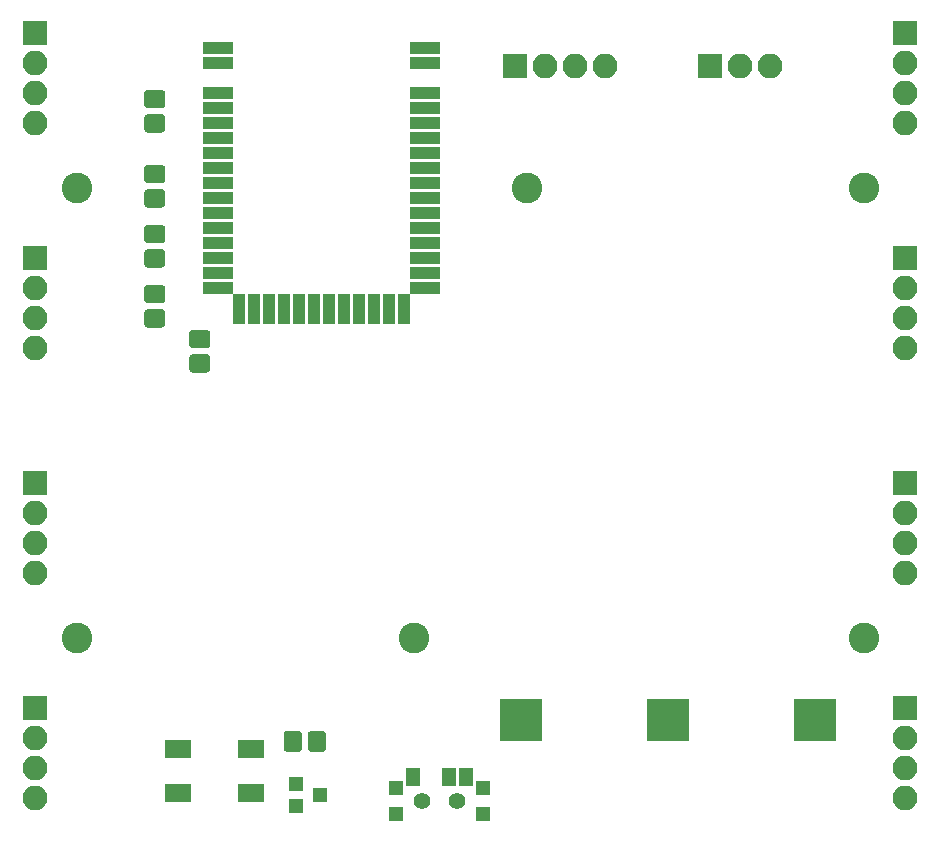
<source format=gbr>
G04 #@! TF.GenerationSoftware,KiCad,Pcbnew,(5.0.0)*
G04 #@! TF.CreationDate,2018-10-27T23:19:20-06:00*
G04 #@! TF.ProjectId,4x4_backpack,3478345F6261636B7061636B2E6B6963,rev?*
G04 #@! TF.SameCoordinates,Original*
G04 #@! TF.FileFunction,Soldermask,Top*
G04 #@! TF.FilePolarity,Negative*
%FSLAX46Y46*%
G04 Gerber Fmt 4.6, Leading zero omitted, Abs format (unit mm)*
G04 Created by KiCad (PCBNEW (5.0.0)) date 10/27/18 23:19:20*
%MOMM*%
%LPD*%
G01*
G04 APERTURE LIST*
%ADD10R,2.100000X2.100000*%
%ADD11O,2.100000X2.100000*%
%ADD12C,0.100000*%
%ADD13C,1.550000*%
%ADD14R,1.300000X1.200000*%
%ADD15R,3.650000X3.650000*%
%ADD16C,2.600000*%
%ADD17C,1.400000*%
%ADD18R,1.300000X1.650000*%
%ADD19R,1.300000X1.300000*%
%ADD20R,2.200000X1.500000*%
%ADD21R,1.120000X2.600000*%
%ADD22R,2.600000X1.120000*%
G04 APERTURE END LIST*
D10*
G04 #@! TO.C,J1*
X77470000Y-82232500D03*
D11*
X77470000Y-84772500D03*
X77470000Y-87312500D03*
X77470000Y-89852500D03*
G04 #@! TD*
G04 #@! TO.C,J2*
X77470000Y-108902500D03*
X77470000Y-106362500D03*
X77470000Y-103822500D03*
D10*
X77470000Y-101282500D03*
G04 #@! TD*
G04 #@! TO.C,J3*
X77470000Y-120332500D03*
D11*
X77470000Y-122872500D03*
X77470000Y-125412500D03*
X77470000Y-127952500D03*
G04 #@! TD*
G04 #@! TO.C,J4*
X77470000Y-147002500D03*
X77470000Y-144462500D03*
X77470000Y-141922500D03*
D10*
X77470000Y-139382500D03*
G04 #@! TD*
G04 #@! TO.C,J5*
X151130000Y-82232500D03*
D11*
X151130000Y-84772500D03*
X151130000Y-87312500D03*
X151130000Y-89852500D03*
G04 #@! TD*
G04 #@! TO.C,J6*
X151130000Y-108902500D03*
X151130000Y-106362500D03*
X151130000Y-103822500D03*
D10*
X151130000Y-101282500D03*
G04 #@! TD*
G04 #@! TO.C,J7*
X151130000Y-120332500D03*
D11*
X151130000Y-122872500D03*
X151130000Y-125412500D03*
X151130000Y-127952500D03*
G04 #@! TD*
G04 #@! TO.C,J8*
X151130000Y-147002500D03*
X151130000Y-144462500D03*
X151130000Y-141922500D03*
D10*
X151130000Y-139382500D03*
G04 #@! TD*
D12*
G04 #@! TO.C,C1*
G36*
X88226071Y-93451623D02*
X88258781Y-93456475D01*
X88290857Y-93464509D01*
X88321991Y-93475649D01*
X88351884Y-93489787D01*
X88380247Y-93506787D01*
X88406807Y-93526485D01*
X88431308Y-93548692D01*
X88453515Y-93573193D01*
X88473213Y-93599753D01*
X88490213Y-93628116D01*
X88504351Y-93658009D01*
X88515491Y-93689143D01*
X88523525Y-93721219D01*
X88528377Y-93753929D01*
X88530000Y-93786956D01*
X88530000Y-94663044D01*
X88528377Y-94696071D01*
X88523525Y-94728781D01*
X88515491Y-94760857D01*
X88504351Y-94791991D01*
X88490213Y-94821884D01*
X88473213Y-94850247D01*
X88453515Y-94876807D01*
X88431308Y-94901308D01*
X88406807Y-94923515D01*
X88380247Y-94943213D01*
X88351884Y-94960213D01*
X88321991Y-94974351D01*
X88290857Y-94985491D01*
X88258781Y-94993525D01*
X88226071Y-94998377D01*
X88193044Y-95000000D01*
X87066956Y-95000000D01*
X87033929Y-94998377D01*
X87001219Y-94993525D01*
X86969143Y-94985491D01*
X86938009Y-94974351D01*
X86908116Y-94960213D01*
X86879753Y-94943213D01*
X86853193Y-94923515D01*
X86828692Y-94901308D01*
X86806485Y-94876807D01*
X86786787Y-94850247D01*
X86769787Y-94821884D01*
X86755649Y-94791991D01*
X86744509Y-94760857D01*
X86736475Y-94728781D01*
X86731623Y-94696071D01*
X86730000Y-94663044D01*
X86730000Y-93786956D01*
X86731623Y-93753929D01*
X86736475Y-93721219D01*
X86744509Y-93689143D01*
X86755649Y-93658009D01*
X86769787Y-93628116D01*
X86786787Y-93599753D01*
X86806485Y-93573193D01*
X86828692Y-93548692D01*
X86853193Y-93526485D01*
X86879753Y-93506787D01*
X86908116Y-93489787D01*
X86938009Y-93475649D01*
X86969143Y-93464509D01*
X87001219Y-93456475D01*
X87033929Y-93451623D01*
X87066956Y-93450000D01*
X88193044Y-93450000D01*
X88226071Y-93451623D01*
X88226071Y-93451623D01*
G37*
D13*
X87630000Y-94225000D03*
D12*
G36*
X88226071Y-95501623D02*
X88258781Y-95506475D01*
X88290857Y-95514509D01*
X88321991Y-95525649D01*
X88351884Y-95539787D01*
X88380247Y-95556787D01*
X88406807Y-95576485D01*
X88431308Y-95598692D01*
X88453515Y-95623193D01*
X88473213Y-95649753D01*
X88490213Y-95678116D01*
X88504351Y-95708009D01*
X88515491Y-95739143D01*
X88523525Y-95771219D01*
X88528377Y-95803929D01*
X88530000Y-95836956D01*
X88530000Y-96713044D01*
X88528377Y-96746071D01*
X88523525Y-96778781D01*
X88515491Y-96810857D01*
X88504351Y-96841991D01*
X88490213Y-96871884D01*
X88473213Y-96900247D01*
X88453515Y-96926807D01*
X88431308Y-96951308D01*
X88406807Y-96973515D01*
X88380247Y-96993213D01*
X88351884Y-97010213D01*
X88321991Y-97024351D01*
X88290857Y-97035491D01*
X88258781Y-97043525D01*
X88226071Y-97048377D01*
X88193044Y-97050000D01*
X87066956Y-97050000D01*
X87033929Y-97048377D01*
X87001219Y-97043525D01*
X86969143Y-97035491D01*
X86938009Y-97024351D01*
X86908116Y-97010213D01*
X86879753Y-96993213D01*
X86853193Y-96973515D01*
X86828692Y-96951308D01*
X86806485Y-96926807D01*
X86786787Y-96900247D01*
X86769787Y-96871884D01*
X86755649Y-96841991D01*
X86744509Y-96810857D01*
X86736475Y-96778781D01*
X86731623Y-96746071D01*
X86730000Y-96713044D01*
X86730000Y-95836956D01*
X86731623Y-95803929D01*
X86736475Y-95771219D01*
X86744509Y-95739143D01*
X86755649Y-95708009D01*
X86769787Y-95678116D01*
X86786787Y-95649753D01*
X86806485Y-95623193D01*
X86828692Y-95598692D01*
X86853193Y-95576485D01*
X86879753Y-95556787D01*
X86908116Y-95539787D01*
X86938009Y-95525649D01*
X86969143Y-95514509D01*
X87001219Y-95506475D01*
X87033929Y-95501623D01*
X87066956Y-95500000D01*
X88193044Y-95500000D01*
X88226071Y-95501623D01*
X88226071Y-95501623D01*
G37*
D13*
X87630000Y-96275000D03*
G04 #@! TD*
D12*
G04 #@! TO.C,C2*
G36*
X88226071Y-103611623D02*
X88258781Y-103616475D01*
X88290857Y-103624509D01*
X88321991Y-103635649D01*
X88351884Y-103649787D01*
X88380247Y-103666787D01*
X88406807Y-103686485D01*
X88431308Y-103708692D01*
X88453515Y-103733193D01*
X88473213Y-103759753D01*
X88490213Y-103788116D01*
X88504351Y-103818009D01*
X88515491Y-103849143D01*
X88523525Y-103881219D01*
X88528377Y-103913929D01*
X88530000Y-103946956D01*
X88530000Y-104823044D01*
X88528377Y-104856071D01*
X88523525Y-104888781D01*
X88515491Y-104920857D01*
X88504351Y-104951991D01*
X88490213Y-104981884D01*
X88473213Y-105010247D01*
X88453515Y-105036807D01*
X88431308Y-105061308D01*
X88406807Y-105083515D01*
X88380247Y-105103213D01*
X88351884Y-105120213D01*
X88321991Y-105134351D01*
X88290857Y-105145491D01*
X88258781Y-105153525D01*
X88226071Y-105158377D01*
X88193044Y-105160000D01*
X87066956Y-105160000D01*
X87033929Y-105158377D01*
X87001219Y-105153525D01*
X86969143Y-105145491D01*
X86938009Y-105134351D01*
X86908116Y-105120213D01*
X86879753Y-105103213D01*
X86853193Y-105083515D01*
X86828692Y-105061308D01*
X86806485Y-105036807D01*
X86786787Y-105010247D01*
X86769787Y-104981884D01*
X86755649Y-104951991D01*
X86744509Y-104920857D01*
X86736475Y-104888781D01*
X86731623Y-104856071D01*
X86730000Y-104823044D01*
X86730000Y-103946956D01*
X86731623Y-103913929D01*
X86736475Y-103881219D01*
X86744509Y-103849143D01*
X86755649Y-103818009D01*
X86769787Y-103788116D01*
X86786787Y-103759753D01*
X86806485Y-103733193D01*
X86828692Y-103708692D01*
X86853193Y-103686485D01*
X86879753Y-103666787D01*
X86908116Y-103649787D01*
X86938009Y-103635649D01*
X86969143Y-103624509D01*
X87001219Y-103616475D01*
X87033929Y-103611623D01*
X87066956Y-103610000D01*
X88193044Y-103610000D01*
X88226071Y-103611623D01*
X88226071Y-103611623D01*
G37*
D13*
X87630000Y-104385000D03*
D12*
G36*
X88226071Y-105661623D02*
X88258781Y-105666475D01*
X88290857Y-105674509D01*
X88321991Y-105685649D01*
X88351884Y-105699787D01*
X88380247Y-105716787D01*
X88406807Y-105736485D01*
X88431308Y-105758692D01*
X88453515Y-105783193D01*
X88473213Y-105809753D01*
X88490213Y-105838116D01*
X88504351Y-105868009D01*
X88515491Y-105899143D01*
X88523525Y-105931219D01*
X88528377Y-105963929D01*
X88530000Y-105996956D01*
X88530000Y-106873044D01*
X88528377Y-106906071D01*
X88523525Y-106938781D01*
X88515491Y-106970857D01*
X88504351Y-107001991D01*
X88490213Y-107031884D01*
X88473213Y-107060247D01*
X88453515Y-107086807D01*
X88431308Y-107111308D01*
X88406807Y-107133515D01*
X88380247Y-107153213D01*
X88351884Y-107170213D01*
X88321991Y-107184351D01*
X88290857Y-107195491D01*
X88258781Y-107203525D01*
X88226071Y-107208377D01*
X88193044Y-107210000D01*
X87066956Y-107210000D01*
X87033929Y-107208377D01*
X87001219Y-107203525D01*
X86969143Y-107195491D01*
X86938009Y-107184351D01*
X86908116Y-107170213D01*
X86879753Y-107153213D01*
X86853193Y-107133515D01*
X86828692Y-107111308D01*
X86806485Y-107086807D01*
X86786787Y-107060247D01*
X86769787Y-107031884D01*
X86755649Y-107001991D01*
X86744509Y-106970857D01*
X86736475Y-106938781D01*
X86731623Y-106906071D01*
X86730000Y-106873044D01*
X86730000Y-105996956D01*
X86731623Y-105963929D01*
X86736475Y-105931219D01*
X86744509Y-105899143D01*
X86755649Y-105868009D01*
X86769787Y-105838116D01*
X86786787Y-105809753D01*
X86806485Y-105783193D01*
X86828692Y-105758692D01*
X86853193Y-105736485D01*
X86879753Y-105716787D01*
X86908116Y-105699787D01*
X86938009Y-105685649D01*
X86969143Y-105674509D01*
X87001219Y-105666475D01*
X87033929Y-105661623D01*
X87066956Y-105660000D01*
X88193044Y-105660000D01*
X88226071Y-105661623D01*
X88226071Y-105661623D01*
G37*
D13*
X87630000Y-106435000D03*
G04 #@! TD*
D12*
G04 #@! TO.C,C3*
G36*
X92036071Y-109471623D02*
X92068781Y-109476475D01*
X92100857Y-109484509D01*
X92131991Y-109495649D01*
X92161884Y-109509787D01*
X92190247Y-109526787D01*
X92216807Y-109546485D01*
X92241308Y-109568692D01*
X92263515Y-109593193D01*
X92283213Y-109619753D01*
X92300213Y-109648116D01*
X92314351Y-109678009D01*
X92325491Y-109709143D01*
X92333525Y-109741219D01*
X92338377Y-109773929D01*
X92340000Y-109806956D01*
X92340000Y-110683044D01*
X92338377Y-110716071D01*
X92333525Y-110748781D01*
X92325491Y-110780857D01*
X92314351Y-110811991D01*
X92300213Y-110841884D01*
X92283213Y-110870247D01*
X92263515Y-110896807D01*
X92241308Y-110921308D01*
X92216807Y-110943515D01*
X92190247Y-110963213D01*
X92161884Y-110980213D01*
X92131991Y-110994351D01*
X92100857Y-111005491D01*
X92068781Y-111013525D01*
X92036071Y-111018377D01*
X92003044Y-111020000D01*
X90876956Y-111020000D01*
X90843929Y-111018377D01*
X90811219Y-111013525D01*
X90779143Y-111005491D01*
X90748009Y-110994351D01*
X90718116Y-110980213D01*
X90689753Y-110963213D01*
X90663193Y-110943515D01*
X90638692Y-110921308D01*
X90616485Y-110896807D01*
X90596787Y-110870247D01*
X90579787Y-110841884D01*
X90565649Y-110811991D01*
X90554509Y-110780857D01*
X90546475Y-110748781D01*
X90541623Y-110716071D01*
X90540000Y-110683044D01*
X90540000Y-109806956D01*
X90541623Y-109773929D01*
X90546475Y-109741219D01*
X90554509Y-109709143D01*
X90565649Y-109678009D01*
X90579787Y-109648116D01*
X90596787Y-109619753D01*
X90616485Y-109593193D01*
X90638692Y-109568692D01*
X90663193Y-109546485D01*
X90689753Y-109526787D01*
X90718116Y-109509787D01*
X90748009Y-109495649D01*
X90779143Y-109484509D01*
X90811219Y-109476475D01*
X90843929Y-109471623D01*
X90876956Y-109470000D01*
X92003044Y-109470000D01*
X92036071Y-109471623D01*
X92036071Y-109471623D01*
G37*
D13*
X91440000Y-110245000D03*
D12*
G36*
X92036071Y-107421623D02*
X92068781Y-107426475D01*
X92100857Y-107434509D01*
X92131991Y-107445649D01*
X92161884Y-107459787D01*
X92190247Y-107476787D01*
X92216807Y-107496485D01*
X92241308Y-107518692D01*
X92263515Y-107543193D01*
X92283213Y-107569753D01*
X92300213Y-107598116D01*
X92314351Y-107628009D01*
X92325491Y-107659143D01*
X92333525Y-107691219D01*
X92338377Y-107723929D01*
X92340000Y-107756956D01*
X92340000Y-108633044D01*
X92338377Y-108666071D01*
X92333525Y-108698781D01*
X92325491Y-108730857D01*
X92314351Y-108761991D01*
X92300213Y-108791884D01*
X92283213Y-108820247D01*
X92263515Y-108846807D01*
X92241308Y-108871308D01*
X92216807Y-108893515D01*
X92190247Y-108913213D01*
X92161884Y-108930213D01*
X92131991Y-108944351D01*
X92100857Y-108955491D01*
X92068781Y-108963525D01*
X92036071Y-108968377D01*
X92003044Y-108970000D01*
X90876956Y-108970000D01*
X90843929Y-108968377D01*
X90811219Y-108963525D01*
X90779143Y-108955491D01*
X90748009Y-108944351D01*
X90718116Y-108930213D01*
X90689753Y-108913213D01*
X90663193Y-108893515D01*
X90638692Y-108871308D01*
X90616485Y-108846807D01*
X90596787Y-108820247D01*
X90579787Y-108791884D01*
X90565649Y-108761991D01*
X90554509Y-108730857D01*
X90546475Y-108698781D01*
X90541623Y-108666071D01*
X90540000Y-108633044D01*
X90540000Y-107756956D01*
X90541623Y-107723929D01*
X90546475Y-107691219D01*
X90554509Y-107659143D01*
X90565649Y-107628009D01*
X90579787Y-107598116D01*
X90596787Y-107569753D01*
X90616485Y-107543193D01*
X90638692Y-107518692D01*
X90663193Y-107496485D01*
X90689753Y-107476787D01*
X90718116Y-107459787D01*
X90748009Y-107445649D01*
X90779143Y-107434509D01*
X90811219Y-107426475D01*
X90843929Y-107421623D01*
X90876956Y-107420000D01*
X92003044Y-107420000D01*
X92036071Y-107421623D01*
X92036071Y-107421623D01*
G37*
D13*
X91440000Y-108195000D03*
G04 #@! TD*
D12*
G04 #@! TO.C,C4*
G36*
X88226071Y-87101623D02*
X88258781Y-87106475D01*
X88290857Y-87114509D01*
X88321991Y-87125649D01*
X88351884Y-87139787D01*
X88380247Y-87156787D01*
X88406807Y-87176485D01*
X88431308Y-87198692D01*
X88453515Y-87223193D01*
X88473213Y-87249753D01*
X88490213Y-87278116D01*
X88504351Y-87308009D01*
X88515491Y-87339143D01*
X88523525Y-87371219D01*
X88528377Y-87403929D01*
X88530000Y-87436956D01*
X88530000Y-88313044D01*
X88528377Y-88346071D01*
X88523525Y-88378781D01*
X88515491Y-88410857D01*
X88504351Y-88441991D01*
X88490213Y-88471884D01*
X88473213Y-88500247D01*
X88453515Y-88526807D01*
X88431308Y-88551308D01*
X88406807Y-88573515D01*
X88380247Y-88593213D01*
X88351884Y-88610213D01*
X88321991Y-88624351D01*
X88290857Y-88635491D01*
X88258781Y-88643525D01*
X88226071Y-88648377D01*
X88193044Y-88650000D01*
X87066956Y-88650000D01*
X87033929Y-88648377D01*
X87001219Y-88643525D01*
X86969143Y-88635491D01*
X86938009Y-88624351D01*
X86908116Y-88610213D01*
X86879753Y-88593213D01*
X86853193Y-88573515D01*
X86828692Y-88551308D01*
X86806485Y-88526807D01*
X86786787Y-88500247D01*
X86769787Y-88471884D01*
X86755649Y-88441991D01*
X86744509Y-88410857D01*
X86736475Y-88378781D01*
X86731623Y-88346071D01*
X86730000Y-88313044D01*
X86730000Y-87436956D01*
X86731623Y-87403929D01*
X86736475Y-87371219D01*
X86744509Y-87339143D01*
X86755649Y-87308009D01*
X86769787Y-87278116D01*
X86786787Y-87249753D01*
X86806485Y-87223193D01*
X86828692Y-87198692D01*
X86853193Y-87176485D01*
X86879753Y-87156787D01*
X86908116Y-87139787D01*
X86938009Y-87125649D01*
X86969143Y-87114509D01*
X87001219Y-87106475D01*
X87033929Y-87101623D01*
X87066956Y-87100000D01*
X88193044Y-87100000D01*
X88226071Y-87101623D01*
X88226071Y-87101623D01*
G37*
D13*
X87630000Y-87875000D03*
D12*
G36*
X88226071Y-89151623D02*
X88258781Y-89156475D01*
X88290857Y-89164509D01*
X88321991Y-89175649D01*
X88351884Y-89189787D01*
X88380247Y-89206787D01*
X88406807Y-89226485D01*
X88431308Y-89248692D01*
X88453515Y-89273193D01*
X88473213Y-89299753D01*
X88490213Y-89328116D01*
X88504351Y-89358009D01*
X88515491Y-89389143D01*
X88523525Y-89421219D01*
X88528377Y-89453929D01*
X88530000Y-89486956D01*
X88530000Y-90363044D01*
X88528377Y-90396071D01*
X88523525Y-90428781D01*
X88515491Y-90460857D01*
X88504351Y-90491991D01*
X88490213Y-90521884D01*
X88473213Y-90550247D01*
X88453515Y-90576807D01*
X88431308Y-90601308D01*
X88406807Y-90623515D01*
X88380247Y-90643213D01*
X88351884Y-90660213D01*
X88321991Y-90674351D01*
X88290857Y-90685491D01*
X88258781Y-90693525D01*
X88226071Y-90698377D01*
X88193044Y-90700000D01*
X87066956Y-90700000D01*
X87033929Y-90698377D01*
X87001219Y-90693525D01*
X86969143Y-90685491D01*
X86938009Y-90674351D01*
X86908116Y-90660213D01*
X86879753Y-90643213D01*
X86853193Y-90623515D01*
X86828692Y-90601308D01*
X86806485Y-90576807D01*
X86786787Y-90550247D01*
X86769787Y-90521884D01*
X86755649Y-90491991D01*
X86744509Y-90460857D01*
X86736475Y-90428781D01*
X86731623Y-90396071D01*
X86730000Y-90363044D01*
X86730000Y-89486956D01*
X86731623Y-89453929D01*
X86736475Y-89421219D01*
X86744509Y-89389143D01*
X86755649Y-89358009D01*
X86769787Y-89328116D01*
X86786787Y-89299753D01*
X86806485Y-89273193D01*
X86828692Y-89248692D01*
X86853193Y-89226485D01*
X86879753Y-89206787D01*
X86908116Y-89189787D01*
X86938009Y-89175649D01*
X86969143Y-89164509D01*
X87001219Y-89156475D01*
X87033929Y-89151623D01*
X87066956Y-89150000D01*
X88193044Y-89150000D01*
X88226071Y-89151623D01*
X88226071Y-89151623D01*
G37*
D13*
X87630000Y-89925000D03*
G04 #@! TD*
D12*
G04 #@! TO.C,L1*
G36*
X88226071Y-98531623D02*
X88258781Y-98536475D01*
X88290857Y-98544509D01*
X88321991Y-98555649D01*
X88351884Y-98569787D01*
X88380247Y-98586787D01*
X88406807Y-98606485D01*
X88431308Y-98628692D01*
X88453515Y-98653193D01*
X88473213Y-98679753D01*
X88490213Y-98708116D01*
X88504351Y-98738009D01*
X88515491Y-98769143D01*
X88523525Y-98801219D01*
X88528377Y-98833929D01*
X88530000Y-98866956D01*
X88530000Y-99743044D01*
X88528377Y-99776071D01*
X88523525Y-99808781D01*
X88515491Y-99840857D01*
X88504351Y-99871991D01*
X88490213Y-99901884D01*
X88473213Y-99930247D01*
X88453515Y-99956807D01*
X88431308Y-99981308D01*
X88406807Y-100003515D01*
X88380247Y-100023213D01*
X88351884Y-100040213D01*
X88321991Y-100054351D01*
X88290857Y-100065491D01*
X88258781Y-100073525D01*
X88226071Y-100078377D01*
X88193044Y-100080000D01*
X87066956Y-100080000D01*
X87033929Y-100078377D01*
X87001219Y-100073525D01*
X86969143Y-100065491D01*
X86938009Y-100054351D01*
X86908116Y-100040213D01*
X86879753Y-100023213D01*
X86853193Y-100003515D01*
X86828692Y-99981308D01*
X86806485Y-99956807D01*
X86786787Y-99930247D01*
X86769787Y-99901884D01*
X86755649Y-99871991D01*
X86744509Y-99840857D01*
X86736475Y-99808781D01*
X86731623Y-99776071D01*
X86730000Y-99743044D01*
X86730000Y-98866956D01*
X86731623Y-98833929D01*
X86736475Y-98801219D01*
X86744509Y-98769143D01*
X86755649Y-98738009D01*
X86769787Y-98708116D01*
X86786787Y-98679753D01*
X86806485Y-98653193D01*
X86828692Y-98628692D01*
X86853193Y-98606485D01*
X86879753Y-98586787D01*
X86908116Y-98569787D01*
X86938009Y-98555649D01*
X86969143Y-98544509D01*
X87001219Y-98536475D01*
X87033929Y-98531623D01*
X87066956Y-98530000D01*
X88193044Y-98530000D01*
X88226071Y-98531623D01*
X88226071Y-98531623D01*
G37*
D13*
X87630000Y-99305000D03*
D12*
G36*
X88226071Y-100581623D02*
X88258781Y-100586475D01*
X88290857Y-100594509D01*
X88321991Y-100605649D01*
X88351884Y-100619787D01*
X88380247Y-100636787D01*
X88406807Y-100656485D01*
X88431308Y-100678692D01*
X88453515Y-100703193D01*
X88473213Y-100729753D01*
X88490213Y-100758116D01*
X88504351Y-100788009D01*
X88515491Y-100819143D01*
X88523525Y-100851219D01*
X88528377Y-100883929D01*
X88530000Y-100916956D01*
X88530000Y-101793044D01*
X88528377Y-101826071D01*
X88523525Y-101858781D01*
X88515491Y-101890857D01*
X88504351Y-101921991D01*
X88490213Y-101951884D01*
X88473213Y-101980247D01*
X88453515Y-102006807D01*
X88431308Y-102031308D01*
X88406807Y-102053515D01*
X88380247Y-102073213D01*
X88351884Y-102090213D01*
X88321991Y-102104351D01*
X88290857Y-102115491D01*
X88258781Y-102123525D01*
X88226071Y-102128377D01*
X88193044Y-102130000D01*
X87066956Y-102130000D01*
X87033929Y-102128377D01*
X87001219Y-102123525D01*
X86969143Y-102115491D01*
X86938009Y-102104351D01*
X86908116Y-102090213D01*
X86879753Y-102073213D01*
X86853193Y-102053515D01*
X86828692Y-102031308D01*
X86806485Y-102006807D01*
X86786787Y-101980247D01*
X86769787Y-101951884D01*
X86755649Y-101921991D01*
X86744509Y-101890857D01*
X86736475Y-101858781D01*
X86731623Y-101826071D01*
X86730000Y-101793044D01*
X86730000Y-100916956D01*
X86731623Y-100883929D01*
X86736475Y-100851219D01*
X86744509Y-100819143D01*
X86755649Y-100788009D01*
X86769787Y-100758116D01*
X86786787Y-100729753D01*
X86806485Y-100703193D01*
X86828692Y-100678692D01*
X86853193Y-100656485D01*
X86879753Y-100636787D01*
X86908116Y-100619787D01*
X86938009Y-100605649D01*
X86969143Y-100594509D01*
X87001219Y-100586475D01*
X87033929Y-100581623D01*
X87066956Y-100580000D01*
X88193044Y-100580000D01*
X88226071Y-100581623D01*
X88226071Y-100581623D01*
G37*
D13*
X87630000Y-101355000D03*
G04 #@! TD*
D14*
G04 #@! TO.C,Q1*
X99584000Y-145862000D03*
X99584000Y-147762000D03*
X101584000Y-146812000D03*
G04 #@! TD*
D12*
G04 #@! TO.C,R1*
G36*
X99776071Y-141341623D02*
X99808781Y-141346475D01*
X99840857Y-141354509D01*
X99871991Y-141365649D01*
X99901884Y-141379787D01*
X99930247Y-141396787D01*
X99956807Y-141416485D01*
X99981308Y-141438692D01*
X100003515Y-141463193D01*
X100023213Y-141489753D01*
X100040213Y-141518116D01*
X100054351Y-141548009D01*
X100065491Y-141579143D01*
X100073525Y-141611219D01*
X100078377Y-141643929D01*
X100080000Y-141676956D01*
X100080000Y-142803044D01*
X100078377Y-142836071D01*
X100073525Y-142868781D01*
X100065491Y-142900857D01*
X100054351Y-142931991D01*
X100040213Y-142961884D01*
X100023213Y-142990247D01*
X100003515Y-143016807D01*
X99981308Y-143041308D01*
X99956807Y-143063515D01*
X99930247Y-143083213D01*
X99901884Y-143100213D01*
X99871991Y-143114351D01*
X99840857Y-143125491D01*
X99808781Y-143133525D01*
X99776071Y-143138377D01*
X99743044Y-143140000D01*
X98866956Y-143140000D01*
X98833929Y-143138377D01*
X98801219Y-143133525D01*
X98769143Y-143125491D01*
X98738009Y-143114351D01*
X98708116Y-143100213D01*
X98679753Y-143083213D01*
X98653193Y-143063515D01*
X98628692Y-143041308D01*
X98606485Y-143016807D01*
X98586787Y-142990247D01*
X98569787Y-142961884D01*
X98555649Y-142931991D01*
X98544509Y-142900857D01*
X98536475Y-142868781D01*
X98531623Y-142836071D01*
X98530000Y-142803044D01*
X98530000Y-141676956D01*
X98531623Y-141643929D01*
X98536475Y-141611219D01*
X98544509Y-141579143D01*
X98555649Y-141548009D01*
X98569787Y-141518116D01*
X98586787Y-141489753D01*
X98606485Y-141463193D01*
X98628692Y-141438692D01*
X98653193Y-141416485D01*
X98679753Y-141396787D01*
X98708116Y-141379787D01*
X98738009Y-141365649D01*
X98769143Y-141354509D01*
X98801219Y-141346475D01*
X98833929Y-141341623D01*
X98866956Y-141340000D01*
X99743044Y-141340000D01*
X99776071Y-141341623D01*
X99776071Y-141341623D01*
G37*
D13*
X99305000Y-142240000D03*
D12*
G36*
X101826071Y-141341623D02*
X101858781Y-141346475D01*
X101890857Y-141354509D01*
X101921991Y-141365649D01*
X101951884Y-141379787D01*
X101980247Y-141396787D01*
X102006807Y-141416485D01*
X102031308Y-141438692D01*
X102053515Y-141463193D01*
X102073213Y-141489753D01*
X102090213Y-141518116D01*
X102104351Y-141548009D01*
X102115491Y-141579143D01*
X102123525Y-141611219D01*
X102128377Y-141643929D01*
X102130000Y-141676956D01*
X102130000Y-142803044D01*
X102128377Y-142836071D01*
X102123525Y-142868781D01*
X102115491Y-142900857D01*
X102104351Y-142931991D01*
X102090213Y-142961884D01*
X102073213Y-142990247D01*
X102053515Y-143016807D01*
X102031308Y-143041308D01*
X102006807Y-143063515D01*
X101980247Y-143083213D01*
X101951884Y-143100213D01*
X101921991Y-143114351D01*
X101890857Y-143125491D01*
X101858781Y-143133525D01*
X101826071Y-143138377D01*
X101793044Y-143140000D01*
X100916956Y-143140000D01*
X100883929Y-143138377D01*
X100851219Y-143133525D01*
X100819143Y-143125491D01*
X100788009Y-143114351D01*
X100758116Y-143100213D01*
X100729753Y-143083213D01*
X100703193Y-143063515D01*
X100678692Y-143041308D01*
X100656485Y-143016807D01*
X100636787Y-142990247D01*
X100619787Y-142961884D01*
X100605649Y-142931991D01*
X100594509Y-142900857D01*
X100586475Y-142868781D01*
X100581623Y-142836071D01*
X100580000Y-142803044D01*
X100580000Y-141676956D01*
X100581623Y-141643929D01*
X100586475Y-141611219D01*
X100594509Y-141579143D01*
X100605649Y-141548009D01*
X100619787Y-141518116D01*
X100636787Y-141489753D01*
X100656485Y-141463193D01*
X100678692Y-141438692D01*
X100703193Y-141416485D01*
X100729753Y-141396787D01*
X100758116Y-141379787D01*
X100788009Y-141365649D01*
X100819143Y-141354509D01*
X100851219Y-141346475D01*
X100883929Y-141341623D01*
X100916956Y-141340000D01*
X101793044Y-141340000D01*
X101826071Y-141341623D01*
X101826071Y-141341623D01*
G37*
D13*
X101355000Y-142240000D03*
G04 #@! TD*
D15*
G04 #@! TO.C,E1*
X143510000Y-140462000D03*
X118618000Y-140462000D03*
X131064000Y-140462000D03*
G04 #@! TD*
D10*
G04 #@! TO.C,J9*
X118110000Y-85090000D03*
D11*
X120650000Y-85090000D03*
X123190000Y-85090000D03*
X125730000Y-85090000D03*
G04 #@! TD*
D10*
G04 #@! TO.C,J10*
X134620000Y-85090000D03*
D11*
X137160000Y-85090000D03*
X139700000Y-85090000D03*
G04 #@! TD*
D16*
G04 #@! TO.C,J11*
X81026000Y-133477000D03*
G04 #@! TD*
G04 #@! TO.C,J12*
X147701000Y-95377000D03*
G04 #@! TD*
G04 #@! TO.C,J13*
X147701000Y-133477000D03*
G04 #@! TD*
G04 #@! TO.C,J14*
X109601000Y-133477000D03*
G04 #@! TD*
G04 #@! TO.C,J15*
X119126000Y-95377000D03*
G04 #@! TD*
G04 #@! TO.C,J16*
X81026000Y-95377000D03*
G04 #@! TD*
D17*
G04 #@! TO.C,SW1*
X110260000Y-147320000D03*
X113260000Y-147320000D03*
D18*
X112510000Y-145245000D03*
X114010000Y-145245000D03*
X109510000Y-145245000D03*
D19*
X108060000Y-148420000D03*
X108060000Y-146220000D03*
X115460000Y-146220000D03*
X115460000Y-148420000D03*
G04 #@! TD*
D20*
G04 #@! TO.C,SW2*
X95810000Y-146630000D03*
X89610000Y-146630000D03*
X95810000Y-142930000D03*
X89610000Y-142930000D03*
G04 #@! TD*
D21*
G04 #@! TO.C,U1*
X108712000Y-105664000D03*
X107442000Y-105664000D03*
X106172000Y-105664000D03*
X104902000Y-105664000D03*
X103632000Y-105664000D03*
X102362000Y-105664000D03*
X101092000Y-105664000D03*
X99822000Y-105664000D03*
X98552000Y-105664000D03*
X97282000Y-105664000D03*
X96012000Y-105664000D03*
X94742000Y-105664000D03*
D22*
X110490000Y-103886000D03*
X110490000Y-102616000D03*
X110490000Y-101346000D03*
X110490000Y-100076000D03*
X110490000Y-98806000D03*
X110490000Y-97536000D03*
X110490000Y-96266000D03*
X110490000Y-94996000D03*
X110490000Y-93726000D03*
X110490000Y-92456000D03*
X110490000Y-91186000D03*
X110490000Y-89916000D03*
X110490000Y-88646000D03*
X110490000Y-87376000D03*
X110490000Y-84836000D03*
X110490000Y-83566000D03*
X92964000Y-83566000D03*
X92964000Y-84836000D03*
X92964000Y-87376000D03*
X92964000Y-88646000D03*
X92964000Y-89916000D03*
X92964000Y-91186000D03*
X92964000Y-92456000D03*
X92964000Y-93726000D03*
X92964000Y-94996000D03*
X92964000Y-96266000D03*
X92964000Y-97536000D03*
X92964000Y-98806000D03*
X92964000Y-100076000D03*
X92964000Y-101346000D03*
X92964000Y-102616000D03*
X92964000Y-103886000D03*
G04 #@! TD*
M02*

</source>
